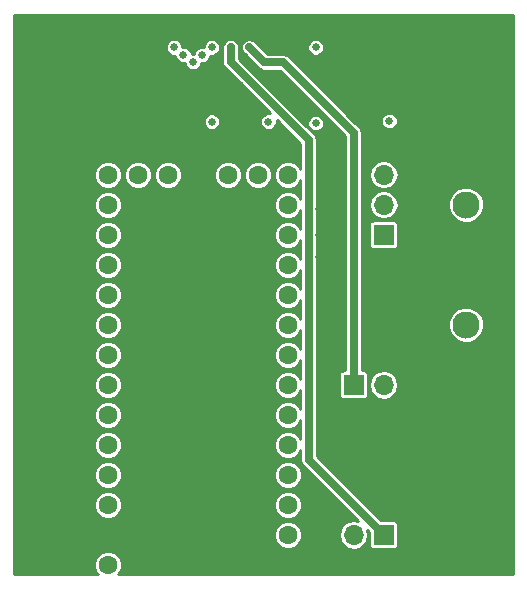
<source format=gbl>
G04 #@! TF.FileFunction,Copper,L4,Bot,Signal*
%FSLAX46Y46*%
G04 Gerber Fmt 4.6, Leading zero omitted, Abs format (unit mm)*
G04 Created by KiCad (PCBNEW 4.0.7) date 06/10/18 20:05:32*
%MOMM*%
%LPD*%
G01*
G04 APERTURE LIST*
%ADD10C,0.100000*%
%ADD11O,2.200000X2.200000*%
%ADD12C,2.600000*%
%ADD13C,2.300000*%
%ADD14R,1.700000X1.700000*%
%ADD15O,1.700000X1.700000*%
%ADD16C,1.600000*%
%ADD17R,1.600000X1.600000*%
%ADD18C,4.500000*%
%ADD19C,0.635000*%
%ADD20C,0.254000*%
%ADD21C,0.635000*%
G04 APERTURE END LIST*
D10*
D11*
X140010000Y-72390000D03*
X121610000Y-72390000D03*
X118485000Y-74765000D03*
X118485000Y-70015000D03*
X143135000Y-70015000D03*
X143135000Y-74765000D03*
D12*
X145415000Y-91948000D03*
X145415000Y-97028000D03*
X150495000Y-97028000D03*
D13*
X147955000Y-94488000D03*
D12*
X150495000Y-91948000D03*
X145415000Y-81788000D03*
X145415000Y-86868000D03*
X150495000Y-86868000D03*
D13*
X147955000Y-84328000D03*
D12*
X150495000Y-81788000D03*
D14*
X140970000Y-86868000D03*
D15*
X140970000Y-84328000D03*
X140970000Y-81788000D03*
D14*
X140970000Y-112268000D03*
D15*
X138430000Y-112268000D03*
D14*
X138430000Y-99568000D03*
D15*
X140970000Y-99568000D03*
D16*
X125222000Y-81788000D03*
X122682000Y-81788000D03*
X120142000Y-81788000D03*
X117602000Y-81788000D03*
X127762000Y-81788000D03*
X130302000Y-81788000D03*
X132842000Y-81788000D03*
X117602000Y-84328000D03*
X117602000Y-86868000D03*
X117602000Y-89408000D03*
X117602000Y-91948000D03*
X117602000Y-94488000D03*
X117602000Y-97028000D03*
X117602000Y-99568000D03*
X117602000Y-102108000D03*
X117602000Y-104648000D03*
X117602000Y-107188000D03*
X117602000Y-109728000D03*
X117602000Y-112268000D03*
X117602000Y-114808000D03*
X132842000Y-84328000D03*
X132842000Y-86868000D03*
X132842000Y-89408000D03*
X132842000Y-91948000D03*
X132842000Y-94488000D03*
X132842000Y-97028000D03*
X132842000Y-99568000D03*
X132842000Y-102108000D03*
X132842000Y-104648000D03*
X132842000Y-107188000D03*
X132842000Y-109728000D03*
X132842000Y-112268000D03*
D17*
X132842000Y-114808000D03*
D18*
X113030000Y-112268000D03*
X148590000Y-112268000D03*
X113030000Y-71628000D03*
X148590000Y-71628000D03*
D19*
X135204200Y-77419200D03*
X149860000Y-106680000D03*
X130810000Y-109220000D03*
X130810000Y-93980000D03*
X130810000Y-88900000D03*
X139700000Y-96520000D03*
X137160000Y-93980000D03*
X142240000Y-93980000D03*
X142621000Y-88392000D03*
X140081000Y-88392000D03*
X137541000Y-90551000D03*
X135509000Y-84709000D03*
X135509000Y-86868000D03*
X135509000Y-88773000D03*
X142621000Y-90551000D03*
X140081000Y-90551000D03*
X137541000Y-86868000D03*
X137541000Y-84709000D03*
X137541000Y-80899000D03*
X141986000Y-106680000D03*
X142748000Y-106680000D03*
X142748000Y-105410000D03*
X136652000Y-105156000D03*
X138176000Y-105156000D03*
X139700000Y-105156000D03*
X141986000Y-105410000D03*
X142748000Y-109474000D03*
X143764000Y-108204000D03*
X148082000Y-101600000D03*
X149098000Y-102616000D03*
X149098000Y-103886000D03*
X148082000Y-104902000D03*
X149860000Y-77470000D03*
X129667000Y-77292200D03*
X128016000Y-77292200D03*
X136779000Y-70993000D03*
X133604000Y-70993000D03*
X131953000Y-70993000D03*
X128778000Y-74168000D03*
X127254000Y-74168000D03*
X143510000Y-114935000D03*
X125730000Y-111760000D03*
X125730000Y-106680000D03*
X125730000Y-101600000D03*
X125730000Y-96520000D03*
X125730000Y-91440000D03*
X125730000Y-86360000D03*
X120650000Y-96520000D03*
X120650000Y-99060000D03*
X120650000Y-101600000D03*
X120650000Y-104140000D03*
X120650000Y-106680000D03*
X120650000Y-92710000D03*
X120650000Y-88900000D03*
X120650000Y-83820000D03*
X115570000Y-86360000D03*
X115570000Y-91440000D03*
X115570000Y-96520000D03*
X115570000Y-101600000D03*
X115570000Y-106680000D03*
X110490000Y-104140000D03*
X110490000Y-99060000D03*
X110490000Y-93980000D03*
X110490000Y-88900000D03*
X110490000Y-83820000D03*
X110490000Y-78740000D03*
X144754600Y-105410000D03*
X128016000Y-72263000D03*
X128016000Y-70993000D03*
X126415800Y-77292200D03*
X131216400Y-77292200D03*
X135204200Y-70993000D03*
X141452600Y-77241400D03*
X130860800Y-72263000D03*
X129590800Y-70993000D03*
X123215400Y-70993000D03*
X124002800Y-71628000D03*
X124815600Y-72237600D03*
X125603000Y-71628000D03*
X126415800Y-70993000D03*
D20*
X150495000Y-81788000D02*
X150495000Y-78105000D01*
X150495000Y-78105000D02*
X149860000Y-77470000D01*
X143510000Y-114935000D02*
X138430000Y-114935000D01*
X125730000Y-106680000D02*
X125730000Y-111760000D01*
X125730000Y-96520000D02*
X125730000Y-101600000D01*
X125730000Y-86360000D02*
X125730000Y-91440000D01*
X120650000Y-101600000D02*
X120650000Y-99060000D01*
X120650000Y-106680000D02*
X120650000Y-104140000D01*
X125222000Y-81788000D02*
X125222000Y-83058000D01*
X120650000Y-88900000D02*
X120650000Y-92710000D01*
X124460000Y-83820000D02*
X120650000Y-83820000D01*
X125222000Y-83058000D02*
X124460000Y-83820000D01*
X115570000Y-96520000D02*
X115570000Y-91440000D01*
X115570000Y-106680000D02*
X115570000Y-101600000D01*
X110490000Y-99060000D02*
X110490000Y-104140000D01*
X110490000Y-88900000D02*
X110490000Y-93980000D01*
X110490000Y-78740000D02*
X110490000Y-83820000D01*
D21*
X128016000Y-72263000D02*
X128016000Y-70993000D01*
X135509000Y-106807000D02*
X140970000Y-112268000D01*
X135509000Y-106807000D02*
X134620000Y-105918000D01*
X134620000Y-105918000D02*
X134620000Y-78867000D01*
X134620000Y-78867000D02*
X128016000Y-72263000D01*
D20*
X117856000Y-81788000D02*
X117602000Y-81788000D01*
D21*
X132029200Y-72263000D02*
X130860800Y-72263000D01*
X130860800Y-72263000D02*
X130860800Y-72263000D01*
X138430000Y-99568000D02*
X138430000Y-78232000D01*
X130860800Y-72263000D02*
X129590800Y-70993000D01*
X132461000Y-72263000D02*
X132029200Y-72263000D01*
X138430000Y-78232000D02*
X132461000Y-72263000D01*
D20*
X123215400Y-70993000D02*
X123190000Y-70993000D01*
X123190000Y-70993000D02*
X123139200Y-70993000D01*
G36*
X151944000Y-115622000D02*
X118458224Y-115622000D01*
X118602619Y-115477856D01*
X118782794Y-115043946D01*
X118783204Y-114574115D01*
X118603787Y-114139891D01*
X118271856Y-113807381D01*
X117837946Y-113627206D01*
X117368115Y-113626796D01*
X116933891Y-113806213D01*
X116601381Y-114138144D01*
X116421206Y-114572054D01*
X116420796Y-115041885D01*
X116600213Y-115476109D01*
X116745850Y-115622000D01*
X109676000Y-115622000D01*
X109676000Y-112501885D01*
X131660796Y-112501885D01*
X131840213Y-112936109D01*
X132172144Y-113268619D01*
X132606054Y-113448794D01*
X133075885Y-113449204D01*
X133510109Y-113269787D01*
X133842619Y-112937856D01*
X134022794Y-112503946D01*
X134023204Y-112034115D01*
X133843787Y-111599891D01*
X133511856Y-111267381D01*
X133077946Y-111087206D01*
X132608115Y-111086796D01*
X132173891Y-111266213D01*
X131841381Y-111598144D01*
X131661206Y-112032054D01*
X131660796Y-112501885D01*
X109676000Y-112501885D01*
X109676000Y-109961885D01*
X116420796Y-109961885D01*
X116600213Y-110396109D01*
X116932144Y-110728619D01*
X117366054Y-110908794D01*
X117835885Y-110909204D01*
X118270109Y-110729787D01*
X118602619Y-110397856D01*
X118782794Y-109963946D01*
X118782795Y-109961885D01*
X131660796Y-109961885D01*
X131840213Y-110396109D01*
X132172144Y-110728619D01*
X132606054Y-110908794D01*
X133075885Y-110909204D01*
X133510109Y-110729787D01*
X133842619Y-110397856D01*
X134022794Y-109963946D01*
X134023204Y-109494115D01*
X133843787Y-109059891D01*
X133511856Y-108727381D01*
X133077946Y-108547206D01*
X132608115Y-108546796D01*
X132173891Y-108726213D01*
X131841381Y-109058144D01*
X131661206Y-109492054D01*
X131660796Y-109961885D01*
X118782795Y-109961885D01*
X118783204Y-109494115D01*
X118603787Y-109059891D01*
X118271856Y-108727381D01*
X117837946Y-108547206D01*
X117368115Y-108546796D01*
X116933891Y-108726213D01*
X116601381Y-109058144D01*
X116421206Y-109492054D01*
X116420796Y-109961885D01*
X109676000Y-109961885D01*
X109676000Y-107421885D01*
X116420796Y-107421885D01*
X116600213Y-107856109D01*
X116932144Y-108188619D01*
X117366054Y-108368794D01*
X117835885Y-108369204D01*
X118270109Y-108189787D01*
X118602619Y-107857856D01*
X118782794Y-107423946D01*
X118782795Y-107421885D01*
X131660796Y-107421885D01*
X131840213Y-107856109D01*
X132172144Y-108188619D01*
X132606054Y-108368794D01*
X133075885Y-108369204D01*
X133510109Y-108189787D01*
X133842619Y-107857856D01*
X134022794Y-107423946D01*
X134023204Y-106954115D01*
X133843787Y-106519891D01*
X133511856Y-106187381D01*
X133077946Y-106007206D01*
X132608115Y-106006796D01*
X132173891Y-106186213D01*
X131841381Y-106518144D01*
X131661206Y-106952054D01*
X131660796Y-107421885D01*
X118782795Y-107421885D01*
X118783204Y-106954115D01*
X118603787Y-106519891D01*
X118271856Y-106187381D01*
X117837946Y-106007206D01*
X117368115Y-106006796D01*
X116933891Y-106186213D01*
X116601381Y-106518144D01*
X116421206Y-106952054D01*
X116420796Y-107421885D01*
X109676000Y-107421885D01*
X109676000Y-104881885D01*
X116420796Y-104881885D01*
X116600213Y-105316109D01*
X116932144Y-105648619D01*
X117366054Y-105828794D01*
X117835885Y-105829204D01*
X118270109Y-105649787D01*
X118602619Y-105317856D01*
X118782794Y-104883946D01*
X118783204Y-104414115D01*
X118603787Y-103979891D01*
X118271856Y-103647381D01*
X117837946Y-103467206D01*
X117368115Y-103466796D01*
X116933891Y-103646213D01*
X116601381Y-103978144D01*
X116421206Y-104412054D01*
X116420796Y-104881885D01*
X109676000Y-104881885D01*
X109676000Y-102341885D01*
X116420796Y-102341885D01*
X116600213Y-102776109D01*
X116932144Y-103108619D01*
X117366054Y-103288794D01*
X117835885Y-103289204D01*
X118270109Y-103109787D01*
X118602619Y-102777856D01*
X118782794Y-102343946D01*
X118783204Y-101874115D01*
X118603787Y-101439891D01*
X118271856Y-101107381D01*
X117837946Y-100927206D01*
X117368115Y-100926796D01*
X116933891Y-101106213D01*
X116601381Y-101438144D01*
X116421206Y-101872054D01*
X116420796Y-102341885D01*
X109676000Y-102341885D01*
X109676000Y-99801885D01*
X116420796Y-99801885D01*
X116600213Y-100236109D01*
X116932144Y-100568619D01*
X117366054Y-100748794D01*
X117835885Y-100749204D01*
X118270109Y-100569787D01*
X118602619Y-100237856D01*
X118782794Y-99803946D01*
X118783204Y-99334115D01*
X118603787Y-98899891D01*
X118271856Y-98567381D01*
X117837946Y-98387206D01*
X117368115Y-98386796D01*
X116933891Y-98566213D01*
X116601381Y-98898144D01*
X116421206Y-99332054D01*
X116420796Y-99801885D01*
X109676000Y-99801885D01*
X109676000Y-97261885D01*
X116420796Y-97261885D01*
X116600213Y-97696109D01*
X116932144Y-98028619D01*
X117366054Y-98208794D01*
X117835885Y-98209204D01*
X118270109Y-98029787D01*
X118602619Y-97697856D01*
X118782794Y-97263946D01*
X118783204Y-96794115D01*
X118603787Y-96359891D01*
X118271856Y-96027381D01*
X117837946Y-95847206D01*
X117368115Y-95846796D01*
X116933891Y-96026213D01*
X116601381Y-96358144D01*
X116421206Y-96792054D01*
X116420796Y-97261885D01*
X109676000Y-97261885D01*
X109676000Y-94721885D01*
X116420796Y-94721885D01*
X116600213Y-95156109D01*
X116932144Y-95488619D01*
X117366054Y-95668794D01*
X117835885Y-95669204D01*
X118270109Y-95489787D01*
X118602619Y-95157856D01*
X118782794Y-94723946D01*
X118783204Y-94254115D01*
X118603787Y-93819891D01*
X118271856Y-93487381D01*
X117837946Y-93307206D01*
X117368115Y-93306796D01*
X116933891Y-93486213D01*
X116601381Y-93818144D01*
X116421206Y-94252054D01*
X116420796Y-94721885D01*
X109676000Y-94721885D01*
X109676000Y-92181885D01*
X116420796Y-92181885D01*
X116600213Y-92616109D01*
X116932144Y-92948619D01*
X117366054Y-93128794D01*
X117835885Y-93129204D01*
X118270109Y-92949787D01*
X118602619Y-92617856D01*
X118782794Y-92183946D01*
X118783204Y-91714115D01*
X118603787Y-91279891D01*
X118271856Y-90947381D01*
X117837946Y-90767206D01*
X117368115Y-90766796D01*
X116933891Y-90946213D01*
X116601381Y-91278144D01*
X116421206Y-91712054D01*
X116420796Y-92181885D01*
X109676000Y-92181885D01*
X109676000Y-89641885D01*
X116420796Y-89641885D01*
X116600213Y-90076109D01*
X116932144Y-90408619D01*
X117366054Y-90588794D01*
X117835885Y-90589204D01*
X118270109Y-90409787D01*
X118602619Y-90077856D01*
X118782794Y-89643946D01*
X118783204Y-89174115D01*
X118603787Y-88739891D01*
X118271856Y-88407381D01*
X117837946Y-88227206D01*
X117368115Y-88226796D01*
X116933891Y-88406213D01*
X116601381Y-88738144D01*
X116421206Y-89172054D01*
X116420796Y-89641885D01*
X109676000Y-89641885D01*
X109676000Y-87101885D01*
X116420796Y-87101885D01*
X116600213Y-87536109D01*
X116932144Y-87868619D01*
X117366054Y-88048794D01*
X117835885Y-88049204D01*
X118270109Y-87869787D01*
X118602619Y-87537856D01*
X118782794Y-87103946D01*
X118783204Y-86634115D01*
X118603787Y-86199891D01*
X118271856Y-85867381D01*
X117837946Y-85687206D01*
X117368115Y-85686796D01*
X116933891Y-85866213D01*
X116601381Y-86198144D01*
X116421206Y-86632054D01*
X116420796Y-87101885D01*
X109676000Y-87101885D01*
X109676000Y-84561885D01*
X116420796Y-84561885D01*
X116600213Y-84996109D01*
X116932144Y-85328619D01*
X117366054Y-85508794D01*
X117835885Y-85509204D01*
X118270109Y-85329787D01*
X118602619Y-84997856D01*
X118782794Y-84563946D01*
X118783204Y-84094115D01*
X118603787Y-83659891D01*
X118271856Y-83327381D01*
X117837946Y-83147206D01*
X117368115Y-83146796D01*
X116933891Y-83326213D01*
X116601381Y-83658144D01*
X116421206Y-84092054D01*
X116420796Y-84561885D01*
X109676000Y-84561885D01*
X109676000Y-82021885D01*
X116420796Y-82021885D01*
X116600213Y-82456109D01*
X116932144Y-82788619D01*
X117366054Y-82968794D01*
X117835885Y-82969204D01*
X118270109Y-82789787D01*
X118602619Y-82457856D01*
X118782794Y-82023946D01*
X118782795Y-82021885D01*
X118960796Y-82021885D01*
X119140213Y-82456109D01*
X119472144Y-82788619D01*
X119906054Y-82968794D01*
X120375885Y-82969204D01*
X120810109Y-82789787D01*
X121142619Y-82457856D01*
X121322794Y-82023946D01*
X121322795Y-82021885D01*
X121500796Y-82021885D01*
X121680213Y-82456109D01*
X122012144Y-82788619D01*
X122446054Y-82968794D01*
X122915885Y-82969204D01*
X123350109Y-82789787D01*
X123682619Y-82457856D01*
X123862794Y-82023946D01*
X123862795Y-82021885D01*
X126580796Y-82021885D01*
X126760213Y-82456109D01*
X127092144Y-82788619D01*
X127526054Y-82968794D01*
X127995885Y-82969204D01*
X128430109Y-82789787D01*
X128762619Y-82457856D01*
X128942794Y-82023946D01*
X128942795Y-82021885D01*
X129120796Y-82021885D01*
X129300213Y-82456109D01*
X129632144Y-82788619D01*
X130066054Y-82968794D01*
X130535885Y-82969204D01*
X130970109Y-82789787D01*
X131302619Y-82457856D01*
X131482794Y-82023946D01*
X131483204Y-81554115D01*
X131303787Y-81119891D01*
X130971856Y-80787381D01*
X130537946Y-80607206D01*
X130068115Y-80606796D01*
X129633891Y-80786213D01*
X129301381Y-81118144D01*
X129121206Y-81552054D01*
X129120796Y-82021885D01*
X128942795Y-82021885D01*
X128943204Y-81554115D01*
X128763787Y-81119891D01*
X128431856Y-80787381D01*
X127997946Y-80607206D01*
X127528115Y-80606796D01*
X127093891Y-80786213D01*
X126761381Y-81118144D01*
X126581206Y-81552054D01*
X126580796Y-82021885D01*
X123862795Y-82021885D01*
X123863204Y-81554115D01*
X123683787Y-81119891D01*
X123351856Y-80787381D01*
X122917946Y-80607206D01*
X122448115Y-80606796D01*
X122013891Y-80786213D01*
X121681381Y-81118144D01*
X121501206Y-81552054D01*
X121500796Y-82021885D01*
X121322795Y-82021885D01*
X121323204Y-81554115D01*
X121143787Y-81119891D01*
X120811856Y-80787381D01*
X120377946Y-80607206D01*
X119908115Y-80606796D01*
X119473891Y-80786213D01*
X119141381Y-81118144D01*
X118961206Y-81552054D01*
X118960796Y-82021885D01*
X118782795Y-82021885D01*
X118783204Y-81554115D01*
X118603787Y-81119891D01*
X118271856Y-80787381D01*
X117837946Y-80607206D01*
X117368115Y-80606796D01*
X116933891Y-80786213D01*
X116601381Y-81118144D01*
X116421206Y-81552054D01*
X116420796Y-82021885D01*
X109676000Y-82021885D01*
X109676000Y-77430531D01*
X125717179Y-77430531D01*
X125823296Y-77687351D01*
X126019615Y-77884014D01*
X126276250Y-77990578D01*
X126554131Y-77990821D01*
X126810951Y-77884704D01*
X127007614Y-77688385D01*
X127114178Y-77431750D01*
X127114421Y-77153869D01*
X127008304Y-76897049D01*
X126811985Y-76700386D01*
X126555350Y-76593822D01*
X126277469Y-76593579D01*
X126020649Y-76699696D01*
X125823986Y-76896015D01*
X125717422Y-77152650D01*
X125717179Y-77430531D01*
X109676000Y-77430531D01*
X109676000Y-71131331D01*
X122516779Y-71131331D01*
X122622896Y-71388151D01*
X122819215Y-71584814D01*
X123075850Y-71691378D01*
X123304244Y-71691578D01*
X123304179Y-71766331D01*
X123410296Y-72023151D01*
X123606615Y-72219814D01*
X123863250Y-72326378D01*
X124117022Y-72326600D01*
X124116979Y-72375931D01*
X124223096Y-72632751D01*
X124419415Y-72829414D01*
X124676050Y-72935978D01*
X124953931Y-72936221D01*
X125210751Y-72830104D01*
X125407414Y-72633785D01*
X125513978Y-72377150D01*
X125514022Y-72326422D01*
X125741331Y-72326621D01*
X125998151Y-72220504D01*
X126194814Y-72024185D01*
X126301378Y-71767550D01*
X126301445Y-71691400D01*
X126554131Y-71691621D01*
X126810951Y-71585504D01*
X127007614Y-71389185D01*
X127114178Y-71132550D01*
X127114179Y-71131331D01*
X127317379Y-71131331D01*
X127317500Y-71131624D01*
X127317500Y-72262962D01*
X127317379Y-72401331D01*
X127370669Y-72530302D01*
X127370670Y-72530305D01*
X127370671Y-72530307D01*
X127423496Y-72658151D01*
X127619815Y-72854814D01*
X127620107Y-72854935D01*
X131361156Y-76595984D01*
X131355950Y-76593822D01*
X131078069Y-76593579D01*
X130821249Y-76699696D01*
X130624586Y-76896015D01*
X130518022Y-77152650D01*
X130517779Y-77430531D01*
X130623896Y-77687351D01*
X130820215Y-77884014D01*
X131076850Y-77990578D01*
X131354731Y-77990821D01*
X131611551Y-77884704D01*
X131808214Y-77688385D01*
X131914778Y-77431750D01*
X131915021Y-77153869D01*
X131912190Y-77147018D01*
X133921500Y-79156328D01*
X133921500Y-81307972D01*
X133843787Y-81119891D01*
X133511856Y-80787381D01*
X133077946Y-80607206D01*
X132608115Y-80606796D01*
X132173891Y-80786213D01*
X131841381Y-81118144D01*
X131661206Y-81552054D01*
X131660796Y-82021885D01*
X131840213Y-82456109D01*
X132172144Y-82788619D01*
X132606054Y-82968794D01*
X133075885Y-82969204D01*
X133510109Y-82789787D01*
X133842619Y-82457856D01*
X133921500Y-82267889D01*
X133921500Y-83847972D01*
X133843787Y-83659891D01*
X133511856Y-83327381D01*
X133077946Y-83147206D01*
X132608115Y-83146796D01*
X132173891Y-83326213D01*
X131841381Y-83658144D01*
X131661206Y-84092054D01*
X131660796Y-84561885D01*
X131840213Y-84996109D01*
X132172144Y-85328619D01*
X132606054Y-85508794D01*
X133075885Y-85509204D01*
X133510109Y-85329787D01*
X133842619Y-84997856D01*
X133921500Y-84807889D01*
X133921500Y-86387972D01*
X133843787Y-86199891D01*
X133511856Y-85867381D01*
X133077946Y-85687206D01*
X132608115Y-85686796D01*
X132173891Y-85866213D01*
X131841381Y-86198144D01*
X131661206Y-86632054D01*
X131660796Y-87101885D01*
X131840213Y-87536109D01*
X132172144Y-87868619D01*
X132606054Y-88048794D01*
X133075885Y-88049204D01*
X133510109Y-87869787D01*
X133842619Y-87537856D01*
X133921500Y-87347889D01*
X133921500Y-88927972D01*
X133843787Y-88739891D01*
X133511856Y-88407381D01*
X133077946Y-88227206D01*
X132608115Y-88226796D01*
X132173891Y-88406213D01*
X131841381Y-88738144D01*
X131661206Y-89172054D01*
X131660796Y-89641885D01*
X131840213Y-90076109D01*
X132172144Y-90408619D01*
X132606054Y-90588794D01*
X133075885Y-90589204D01*
X133510109Y-90409787D01*
X133842619Y-90077856D01*
X133921500Y-89887889D01*
X133921500Y-91467972D01*
X133843787Y-91279891D01*
X133511856Y-90947381D01*
X133077946Y-90767206D01*
X132608115Y-90766796D01*
X132173891Y-90946213D01*
X131841381Y-91278144D01*
X131661206Y-91712054D01*
X131660796Y-92181885D01*
X131840213Y-92616109D01*
X132172144Y-92948619D01*
X132606054Y-93128794D01*
X133075885Y-93129204D01*
X133510109Y-92949787D01*
X133842619Y-92617856D01*
X133921500Y-92427889D01*
X133921500Y-94007972D01*
X133843787Y-93819891D01*
X133511856Y-93487381D01*
X133077946Y-93307206D01*
X132608115Y-93306796D01*
X132173891Y-93486213D01*
X131841381Y-93818144D01*
X131661206Y-94252054D01*
X131660796Y-94721885D01*
X131840213Y-95156109D01*
X132172144Y-95488619D01*
X132606054Y-95668794D01*
X133075885Y-95669204D01*
X133510109Y-95489787D01*
X133842619Y-95157856D01*
X133921500Y-94967889D01*
X133921500Y-96547972D01*
X133843787Y-96359891D01*
X133511856Y-96027381D01*
X133077946Y-95847206D01*
X132608115Y-95846796D01*
X132173891Y-96026213D01*
X131841381Y-96358144D01*
X131661206Y-96792054D01*
X131660796Y-97261885D01*
X131840213Y-97696109D01*
X132172144Y-98028619D01*
X132606054Y-98208794D01*
X133075885Y-98209204D01*
X133510109Y-98029787D01*
X133842619Y-97697856D01*
X133921500Y-97507889D01*
X133921500Y-99087972D01*
X133843787Y-98899891D01*
X133511856Y-98567381D01*
X133077946Y-98387206D01*
X132608115Y-98386796D01*
X132173891Y-98566213D01*
X131841381Y-98898144D01*
X131661206Y-99332054D01*
X131660796Y-99801885D01*
X131840213Y-100236109D01*
X132172144Y-100568619D01*
X132606054Y-100748794D01*
X133075885Y-100749204D01*
X133510109Y-100569787D01*
X133842619Y-100237856D01*
X133921500Y-100047889D01*
X133921500Y-101627972D01*
X133843787Y-101439891D01*
X133511856Y-101107381D01*
X133077946Y-100927206D01*
X132608115Y-100926796D01*
X132173891Y-101106213D01*
X131841381Y-101438144D01*
X131661206Y-101872054D01*
X131660796Y-102341885D01*
X131840213Y-102776109D01*
X132172144Y-103108619D01*
X132606054Y-103288794D01*
X133075885Y-103289204D01*
X133510109Y-103109787D01*
X133842619Y-102777856D01*
X133921500Y-102587889D01*
X133921500Y-104167972D01*
X133843787Y-103979891D01*
X133511856Y-103647381D01*
X133077946Y-103467206D01*
X132608115Y-103466796D01*
X132173891Y-103646213D01*
X131841381Y-103978144D01*
X131661206Y-104412054D01*
X131660796Y-104881885D01*
X131840213Y-105316109D01*
X132172144Y-105648619D01*
X132606054Y-105828794D01*
X133075885Y-105829204D01*
X133510109Y-105649787D01*
X133842619Y-105317856D01*
X133921500Y-105127889D01*
X133921500Y-105918000D01*
X133974670Y-106185305D01*
X134126086Y-106411914D01*
X138800814Y-111086642D01*
X138430000Y-111012883D01*
X137958917Y-111106587D01*
X137559552Y-111373435D01*
X137292704Y-111772800D01*
X137199000Y-112243883D01*
X137199000Y-112292117D01*
X137292704Y-112763200D01*
X137559552Y-113162565D01*
X137958917Y-113429413D01*
X138430000Y-113523117D01*
X138901083Y-113429413D01*
X139300448Y-113162565D01*
X139567296Y-112763200D01*
X139661000Y-112292117D01*
X139661000Y-112243883D01*
X139587241Y-111873069D01*
X139731536Y-112017364D01*
X139731536Y-113118000D01*
X139758103Y-113259190D01*
X139841546Y-113388865D01*
X139968866Y-113475859D01*
X140120000Y-113506464D01*
X141820000Y-113506464D01*
X141961190Y-113479897D01*
X142090865Y-113396454D01*
X142177859Y-113269134D01*
X142208464Y-113118000D01*
X142208464Y-111418000D01*
X142181897Y-111276810D01*
X142098454Y-111147135D01*
X141971134Y-111060141D01*
X141820000Y-111029536D01*
X140719364Y-111029536D01*
X135318500Y-105628672D01*
X135318500Y-78867000D01*
X135265330Y-78599696D01*
X135113914Y-78373086D01*
X134298359Y-77557531D01*
X134505579Y-77557531D01*
X134611696Y-77814351D01*
X134808015Y-78011014D01*
X135064650Y-78117578D01*
X135342531Y-78117821D01*
X135599351Y-78011704D01*
X135796014Y-77815385D01*
X135902578Y-77558750D01*
X135902821Y-77280869D01*
X135796704Y-77024049D01*
X135600385Y-76827386D01*
X135343750Y-76720822D01*
X135065869Y-76720579D01*
X134809049Y-76826696D01*
X134612386Y-77023015D01*
X134505822Y-77279650D01*
X134505579Y-77557531D01*
X134298359Y-77557531D01*
X128714500Y-71973672D01*
X128714500Y-71131331D01*
X128892179Y-71131331D01*
X128945469Y-71260302D01*
X128945470Y-71260305D01*
X128945471Y-71260307D01*
X128998296Y-71388151D01*
X129194615Y-71584814D01*
X129194907Y-71584935D01*
X130366886Y-72756914D01*
X130464615Y-72854814D01*
X130593493Y-72908329D01*
X130593495Y-72908330D01*
X130593497Y-72908330D01*
X130721250Y-72961378D01*
X130999131Y-72961621D01*
X130999424Y-72961500D01*
X132171672Y-72961500D01*
X137731500Y-78521328D01*
X137731500Y-98329536D01*
X137580000Y-98329536D01*
X137438810Y-98356103D01*
X137309135Y-98439546D01*
X137222141Y-98566866D01*
X137191536Y-98718000D01*
X137191536Y-100418000D01*
X137218103Y-100559190D01*
X137301546Y-100688865D01*
X137428866Y-100775859D01*
X137580000Y-100806464D01*
X139280000Y-100806464D01*
X139421190Y-100779897D01*
X139550865Y-100696454D01*
X139637859Y-100569134D01*
X139668464Y-100418000D01*
X139668464Y-99543883D01*
X139739000Y-99543883D01*
X139739000Y-99592117D01*
X139832704Y-100063200D01*
X140099552Y-100462565D01*
X140498917Y-100729413D01*
X140970000Y-100823117D01*
X141441083Y-100729413D01*
X141840448Y-100462565D01*
X142107296Y-100063200D01*
X142201000Y-99592117D01*
X142201000Y-99543883D01*
X142107296Y-99072800D01*
X141840448Y-98673435D01*
X141441083Y-98406587D01*
X140970000Y-98312883D01*
X140498917Y-98406587D01*
X140099552Y-98673435D01*
X139832704Y-99072800D01*
X139739000Y-99543883D01*
X139668464Y-99543883D01*
X139668464Y-98718000D01*
X139641897Y-98576810D01*
X139558454Y-98447135D01*
X139431134Y-98360141D01*
X139280000Y-98329536D01*
X139128500Y-98329536D01*
X139128500Y-94791199D01*
X146423735Y-94791199D01*
X146656325Y-95354109D01*
X147086626Y-95785162D01*
X147649129Y-96018734D01*
X148258199Y-96019265D01*
X148821109Y-95786675D01*
X149252162Y-95356374D01*
X149485734Y-94793871D01*
X149486265Y-94184801D01*
X149253675Y-93621891D01*
X148823374Y-93190838D01*
X148260871Y-92957266D01*
X147651801Y-92956735D01*
X147088891Y-93189325D01*
X146657838Y-93619626D01*
X146424266Y-94182129D01*
X146423735Y-94791199D01*
X139128500Y-94791199D01*
X139128500Y-86018000D01*
X139731536Y-86018000D01*
X139731536Y-87718000D01*
X139758103Y-87859190D01*
X139841546Y-87988865D01*
X139968866Y-88075859D01*
X140120000Y-88106464D01*
X141820000Y-88106464D01*
X141961190Y-88079897D01*
X142090865Y-87996454D01*
X142177859Y-87869134D01*
X142208464Y-87718000D01*
X142208464Y-86018000D01*
X142181897Y-85876810D01*
X142098454Y-85747135D01*
X141971134Y-85660141D01*
X141820000Y-85629536D01*
X140120000Y-85629536D01*
X139978810Y-85656103D01*
X139849135Y-85739546D01*
X139762141Y-85866866D01*
X139731536Y-86018000D01*
X139128500Y-86018000D01*
X139128500Y-84328000D01*
X139714883Y-84328000D01*
X139808587Y-84799083D01*
X140075435Y-85198448D01*
X140474800Y-85465296D01*
X140945883Y-85559000D01*
X140994117Y-85559000D01*
X141465200Y-85465296D01*
X141864565Y-85198448D01*
X142131413Y-84799083D01*
X142164807Y-84631199D01*
X146423735Y-84631199D01*
X146656325Y-85194109D01*
X147086626Y-85625162D01*
X147649129Y-85858734D01*
X148258199Y-85859265D01*
X148821109Y-85626675D01*
X149252162Y-85196374D01*
X149485734Y-84633871D01*
X149486265Y-84024801D01*
X149253675Y-83461891D01*
X148823374Y-83030838D01*
X148260871Y-82797266D01*
X147651801Y-82796735D01*
X147088891Y-83029325D01*
X146657838Y-83459626D01*
X146424266Y-84022129D01*
X146423735Y-84631199D01*
X142164807Y-84631199D01*
X142225117Y-84328000D01*
X142131413Y-83856917D01*
X141864565Y-83457552D01*
X141465200Y-83190704D01*
X140994117Y-83097000D01*
X140945883Y-83097000D01*
X140474800Y-83190704D01*
X140075435Y-83457552D01*
X139808587Y-83856917D01*
X139714883Y-84328000D01*
X139128500Y-84328000D01*
X139128500Y-81788000D01*
X139714883Y-81788000D01*
X139808587Y-82259083D01*
X140075435Y-82658448D01*
X140474800Y-82925296D01*
X140945883Y-83019000D01*
X140994117Y-83019000D01*
X141465200Y-82925296D01*
X141864565Y-82658448D01*
X142131413Y-82259083D01*
X142225117Y-81788000D01*
X142131413Y-81316917D01*
X141864565Y-80917552D01*
X141465200Y-80650704D01*
X140994117Y-80557000D01*
X140945883Y-80557000D01*
X140474800Y-80650704D01*
X140075435Y-80917552D01*
X139808587Y-81316917D01*
X139714883Y-81788000D01*
X139128500Y-81788000D01*
X139128500Y-78232000D01*
X139115869Y-78168500D01*
X139075330Y-77964695D01*
X138923914Y-77738086D01*
X138565559Y-77379731D01*
X140753979Y-77379731D01*
X140860096Y-77636551D01*
X141056415Y-77833214D01*
X141313050Y-77939778D01*
X141590931Y-77940021D01*
X141847751Y-77833904D01*
X142044414Y-77637585D01*
X142150978Y-77380950D01*
X142151221Y-77103069D01*
X142045104Y-76846249D01*
X141848785Y-76649586D01*
X141592150Y-76543022D01*
X141314269Y-76542779D01*
X141057449Y-76648896D01*
X140860786Y-76845215D01*
X140754222Y-77101850D01*
X140753979Y-77379731D01*
X138565559Y-77379731D01*
X132954914Y-71769086D01*
X132728305Y-71617670D01*
X132461000Y-71564500D01*
X131150128Y-71564500D01*
X130716959Y-71131331D01*
X134505579Y-71131331D01*
X134611696Y-71388151D01*
X134808015Y-71584814D01*
X135064650Y-71691378D01*
X135342531Y-71691621D01*
X135599351Y-71585504D01*
X135796014Y-71389185D01*
X135902578Y-71132550D01*
X135902821Y-70854669D01*
X135796704Y-70597849D01*
X135600385Y-70401186D01*
X135343750Y-70294622D01*
X135065869Y-70294379D01*
X134809049Y-70400496D01*
X134612386Y-70596815D01*
X134505822Y-70853450D01*
X134505579Y-71131331D01*
X130716959Y-71131331D01*
X130084714Y-70499086D01*
X130084713Y-70499086D01*
X129986985Y-70401186D01*
X129858107Y-70347671D01*
X129858105Y-70347670D01*
X129858103Y-70347670D01*
X129730350Y-70294622D01*
X129452469Y-70294379D01*
X129323498Y-70347669D01*
X129323495Y-70347670D01*
X129323493Y-70347671D01*
X129195649Y-70400496D01*
X128998986Y-70596815D01*
X128892422Y-70853450D01*
X128892179Y-71131331D01*
X128714500Y-71131331D01*
X128714500Y-70993000D01*
X128714621Y-70854669D01*
X128608504Y-70597849D01*
X128412185Y-70401186D01*
X128155550Y-70294622D01*
X127877669Y-70294379D01*
X127620849Y-70400496D01*
X127424186Y-70596815D01*
X127317622Y-70853450D01*
X127317379Y-71131331D01*
X127114179Y-71131331D01*
X127114421Y-70854669D01*
X127008304Y-70597849D01*
X126811985Y-70401186D01*
X126555350Y-70294622D01*
X126277469Y-70294379D01*
X126020649Y-70400496D01*
X125823986Y-70596815D01*
X125717422Y-70853450D01*
X125717355Y-70929600D01*
X125464669Y-70929379D01*
X125207849Y-71035496D01*
X125011186Y-71231815D01*
X124904622Y-71488450D01*
X124904578Y-71539178D01*
X124701378Y-71539000D01*
X124701421Y-71489669D01*
X124595304Y-71232849D01*
X124398985Y-71036186D01*
X124142350Y-70929622D01*
X123913956Y-70929422D01*
X123914021Y-70854669D01*
X123807904Y-70597849D01*
X123611585Y-70401186D01*
X123354950Y-70294622D01*
X123077069Y-70294379D01*
X122820249Y-70400496D01*
X122623586Y-70596815D01*
X122517022Y-70853450D01*
X122516779Y-71131331D01*
X109676000Y-71131331D01*
X109676000Y-68274000D01*
X151944000Y-68274000D01*
X151944000Y-115622000D01*
X151944000Y-115622000D01*
G37*
X151944000Y-115622000D02*
X118458224Y-115622000D01*
X118602619Y-115477856D01*
X118782794Y-115043946D01*
X118783204Y-114574115D01*
X118603787Y-114139891D01*
X118271856Y-113807381D01*
X117837946Y-113627206D01*
X117368115Y-113626796D01*
X116933891Y-113806213D01*
X116601381Y-114138144D01*
X116421206Y-114572054D01*
X116420796Y-115041885D01*
X116600213Y-115476109D01*
X116745850Y-115622000D01*
X109676000Y-115622000D01*
X109676000Y-112501885D01*
X131660796Y-112501885D01*
X131840213Y-112936109D01*
X132172144Y-113268619D01*
X132606054Y-113448794D01*
X133075885Y-113449204D01*
X133510109Y-113269787D01*
X133842619Y-112937856D01*
X134022794Y-112503946D01*
X134023204Y-112034115D01*
X133843787Y-111599891D01*
X133511856Y-111267381D01*
X133077946Y-111087206D01*
X132608115Y-111086796D01*
X132173891Y-111266213D01*
X131841381Y-111598144D01*
X131661206Y-112032054D01*
X131660796Y-112501885D01*
X109676000Y-112501885D01*
X109676000Y-109961885D01*
X116420796Y-109961885D01*
X116600213Y-110396109D01*
X116932144Y-110728619D01*
X117366054Y-110908794D01*
X117835885Y-110909204D01*
X118270109Y-110729787D01*
X118602619Y-110397856D01*
X118782794Y-109963946D01*
X118782795Y-109961885D01*
X131660796Y-109961885D01*
X131840213Y-110396109D01*
X132172144Y-110728619D01*
X132606054Y-110908794D01*
X133075885Y-110909204D01*
X133510109Y-110729787D01*
X133842619Y-110397856D01*
X134022794Y-109963946D01*
X134023204Y-109494115D01*
X133843787Y-109059891D01*
X133511856Y-108727381D01*
X133077946Y-108547206D01*
X132608115Y-108546796D01*
X132173891Y-108726213D01*
X131841381Y-109058144D01*
X131661206Y-109492054D01*
X131660796Y-109961885D01*
X118782795Y-109961885D01*
X118783204Y-109494115D01*
X118603787Y-109059891D01*
X118271856Y-108727381D01*
X117837946Y-108547206D01*
X117368115Y-108546796D01*
X116933891Y-108726213D01*
X116601381Y-109058144D01*
X116421206Y-109492054D01*
X116420796Y-109961885D01*
X109676000Y-109961885D01*
X109676000Y-107421885D01*
X116420796Y-107421885D01*
X116600213Y-107856109D01*
X116932144Y-108188619D01*
X117366054Y-108368794D01*
X117835885Y-108369204D01*
X118270109Y-108189787D01*
X118602619Y-107857856D01*
X118782794Y-107423946D01*
X118782795Y-107421885D01*
X131660796Y-107421885D01*
X131840213Y-107856109D01*
X132172144Y-108188619D01*
X132606054Y-108368794D01*
X133075885Y-108369204D01*
X133510109Y-108189787D01*
X133842619Y-107857856D01*
X134022794Y-107423946D01*
X134023204Y-106954115D01*
X133843787Y-106519891D01*
X133511856Y-106187381D01*
X133077946Y-106007206D01*
X132608115Y-106006796D01*
X132173891Y-106186213D01*
X131841381Y-106518144D01*
X131661206Y-106952054D01*
X131660796Y-107421885D01*
X118782795Y-107421885D01*
X118783204Y-106954115D01*
X118603787Y-106519891D01*
X118271856Y-106187381D01*
X117837946Y-106007206D01*
X117368115Y-106006796D01*
X116933891Y-106186213D01*
X116601381Y-106518144D01*
X116421206Y-106952054D01*
X116420796Y-107421885D01*
X109676000Y-107421885D01*
X109676000Y-104881885D01*
X116420796Y-104881885D01*
X116600213Y-105316109D01*
X116932144Y-105648619D01*
X117366054Y-105828794D01*
X117835885Y-105829204D01*
X118270109Y-105649787D01*
X118602619Y-105317856D01*
X118782794Y-104883946D01*
X118783204Y-104414115D01*
X118603787Y-103979891D01*
X118271856Y-103647381D01*
X117837946Y-103467206D01*
X117368115Y-103466796D01*
X116933891Y-103646213D01*
X116601381Y-103978144D01*
X116421206Y-104412054D01*
X116420796Y-104881885D01*
X109676000Y-104881885D01*
X109676000Y-102341885D01*
X116420796Y-102341885D01*
X116600213Y-102776109D01*
X116932144Y-103108619D01*
X117366054Y-103288794D01*
X117835885Y-103289204D01*
X118270109Y-103109787D01*
X118602619Y-102777856D01*
X118782794Y-102343946D01*
X118783204Y-101874115D01*
X118603787Y-101439891D01*
X118271856Y-101107381D01*
X117837946Y-100927206D01*
X117368115Y-100926796D01*
X116933891Y-101106213D01*
X116601381Y-101438144D01*
X116421206Y-101872054D01*
X116420796Y-102341885D01*
X109676000Y-102341885D01*
X109676000Y-99801885D01*
X116420796Y-99801885D01*
X116600213Y-100236109D01*
X116932144Y-100568619D01*
X117366054Y-100748794D01*
X117835885Y-100749204D01*
X118270109Y-100569787D01*
X118602619Y-100237856D01*
X118782794Y-99803946D01*
X118783204Y-99334115D01*
X118603787Y-98899891D01*
X118271856Y-98567381D01*
X117837946Y-98387206D01*
X117368115Y-98386796D01*
X116933891Y-98566213D01*
X116601381Y-98898144D01*
X116421206Y-99332054D01*
X116420796Y-99801885D01*
X109676000Y-99801885D01*
X109676000Y-97261885D01*
X116420796Y-97261885D01*
X116600213Y-97696109D01*
X116932144Y-98028619D01*
X117366054Y-98208794D01*
X117835885Y-98209204D01*
X118270109Y-98029787D01*
X118602619Y-97697856D01*
X118782794Y-97263946D01*
X118783204Y-96794115D01*
X118603787Y-96359891D01*
X118271856Y-96027381D01*
X117837946Y-95847206D01*
X117368115Y-95846796D01*
X116933891Y-96026213D01*
X116601381Y-96358144D01*
X116421206Y-96792054D01*
X116420796Y-97261885D01*
X109676000Y-97261885D01*
X109676000Y-94721885D01*
X116420796Y-94721885D01*
X116600213Y-95156109D01*
X116932144Y-95488619D01*
X117366054Y-95668794D01*
X117835885Y-95669204D01*
X118270109Y-95489787D01*
X118602619Y-95157856D01*
X118782794Y-94723946D01*
X118783204Y-94254115D01*
X118603787Y-93819891D01*
X118271856Y-93487381D01*
X117837946Y-93307206D01*
X117368115Y-93306796D01*
X116933891Y-93486213D01*
X116601381Y-93818144D01*
X116421206Y-94252054D01*
X116420796Y-94721885D01*
X109676000Y-94721885D01*
X109676000Y-92181885D01*
X116420796Y-92181885D01*
X116600213Y-92616109D01*
X116932144Y-92948619D01*
X117366054Y-93128794D01*
X117835885Y-93129204D01*
X118270109Y-92949787D01*
X118602619Y-92617856D01*
X118782794Y-92183946D01*
X118783204Y-91714115D01*
X118603787Y-91279891D01*
X118271856Y-90947381D01*
X117837946Y-90767206D01*
X117368115Y-90766796D01*
X116933891Y-90946213D01*
X116601381Y-91278144D01*
X116421206Y-91712054D01*
X116420796Y-92181885D01*
X109676000Y-92181885D01*
X109676000Y-89641885D01*
X116420796Y-89641885D01*
X116600213Y-90076109D01*
X116932144Y-90408619D01*
X117366054Y-90588794D01*
X117835885Y-90589204D01*
X118270109Y-90409787D01*
X118602619Y-90077856D01*
X118782794Y-89643946D01*
X118783204Y-89174115D01*
X118603787Y-88739891D01*
X118271856Y-88407381D01*
X117837946Y-88227206D01*
X117368115Y-88226796D01*
X116933891Y-88406213D01*
X116601381Y-88738144D01*
X116421206Y-89172054D01*
X116420796Y-89641885D01*
X109676000Y-89641885D01*
X109676000Y-87101885D01*
X116420796Y-87101885D01*
X116600213Y-87536109D01*
X116932144Y-87868619D01*
X117366054Y-88048794D01*
X117835885Y-88049204D01*
X118270109Y-87869787D01*
X118602619Y-87537856D01*
X118782794Y-87103946D01*
X118783204Y-86634115D01*
X118603787Y-86199891D01*
X118271856Y-85867381D01*
X117837946Y-85687206D01*
X117368115Y-85686796D01*
X116933891Y-85866213D01*
X116601381Y-86198144D01*
X116421206Y-86632054D01*
X116420796Y-87101885D01*
X109676000Y-87101885D01*
X109676000Y-84561885D01*
X116420796Y-84561885D01*
X116600213Y-84996109D01*
X116932144Y-85328619D01*
X117366054Y-85508794D01*
X117835885Y-85509204D01*
X118270109Y-85329787D01*
X118602619Y-84997856D01*
X118782794Y-84563946D01*
X118783204Y-84094115D01*
X118603787Y-83659891D01*
X118271856Y-83327381D01*
X117837946Y-83147206D01*
X117368115Y-83146796D01*
X116933891Y-83326213D01*
X116601381Y-83658144D01*
X116421206Y-84092054D01*
X116420796Y-84561885D01*
X109676000Y-84561885D01*
X109676000Y-82021885D01*
X116420796Y-82021885D01*
X116600213Y-82456109D01*
X116932144Y-82788619D01*
X117366054Y-82968794D01*
X117835885Y-82969204D01*
X118270109Y-82789787D01*
X118602619Y-82457856D01*
X118782794Y-82023946D01*
X118782795Y-82021885D01*
X118960796Y-82021885D01*
X119140213Y-82456109D01*
X119472144Y-82788619D01*
X119906054Y-82968794D01*
X120375885Y-82969204D01*
X120810109Y-82789787D01*
X121142619Y-82457856D01*
X121322794Y-82023946D01*
X121322795Y-82021885D01*
X121500796Y-82021885D01*
X121680213Y-82456109D01*
X122012144Y-82788619D01*
X122446054Y-82968794D01*
X122915885Y-82969204D01*
X123350109Y-82789787D01*
X123682619Y-82457856D01*
X123862794Y-82023946D01*
X123862795Y-82021885D01*
X126580796Y-82021885D01*
X126760213Y-82456109D01*
X127092144Y-82788619D01*
X127526054Y-82968794D01*
X127995885Y-82969204D01*
X128430109Y-82789787D01*
X128762619Y-82457856D01*
X128942794Y-82023946D01*
X128942795Y-82021885D01*
X129120796Y-82021885D01*
X129300213Y-82456109D01*
X129632144Y-82788619D01*
X130066054Y-82968794D01*
X130535885Y-82969204D01*
X130970109Y-82789787D01*
X131302619Y-82457856D01*
X131482794Y-82023946D01*
X131483204Y-81554115D01*
X131303787Y-81119891D01*
X130971856Y-80787381D01*
X130537946Y-80607206D01*
X130068115Y-80606796D01*
X129633891Y-80786213D01*
X129301381Y-81118144D01*
X129121206Y-81552054D01*
X129120796Y-82021885D01*
X128942795Y-82021885D01*
X128943204Y-81554115D01*
X128763787Y-81119891D01*
X128431856Y-80787381D01*
X127997946Y-80607206D01*
X127528115Y-80606796D01*
X127093891Y-80786213D01*
X126761381Y-81118144D01*
X126581206Y-81552054D01*
X126580796Y-82021885D01*
X123862795Y-82021885D01*
X123863204Y-81554115D01*
X123683787Y-81119891D01*
X123351856Y-80787381D01*
X122917946Y-80607206D01*
X122448115Y-80606796D01*
X122013891Y-80786213D01*
X121681381Y-81118144D01*
X121501206Y-81552054D01*
X121500796Y-82021885D01*
X121322795Y-82021885D01*
X121323204Y-81554115D01*
X121143787Y-81119891D01*
X120811856Y-80787381D01*
X120377946Y-80607206D01*
X119908115Y-80606796D01*
X119473891Y-80786213D01*
X119141381Y-81118144D01*
X118961206Y-81552054D01*
X118960796Y-82021885D01*
X118782795Y-82021885D01*
X118783204Y-81554115D01*
X118603787Y-81119891D01*
X118271856Y-80787381D01*
X117837946Y-80607206D01*
X117368115Y-80606796D01*
X116933891Y-80786213D01*
X116601381Y-81118144D01*
X116421206Y-81552054D01*
X116420796Y-82021885D01*
X109676000Y-82021885D01*
X109676000Y-77430531D01*
X125717179Y-77430531D01*
X125823296Y-77687351D01*
X126019615Y-77884014D01*
X126276250Y-77990578D01*
X126554131Y-77990821D01*
X126810951Y-77884704D01*
X127007614Y-77688385D01*
X127114178Y-77431750D01*
X127114421Y-77153869D01*
X127008304Y-76897049D01*
X126811985Y-76700386D01*
X126555350Y-76593822D01*
X126277469Y-76593579D01*
X126020649Y-76699696D01*
X125823986Y-76896015D01*
X125717422Y-77152650D01*
X125717179Y-77430531D01*
X109676000Y-77430531D01*
X109676000Y-71131331D01*
X122516779Y-71131331D01*
X122622896Y-71388151D01*
X122819215Y-71584814D01*
X123075850Y-71691378D01*
X123304244Y-71691578D01*
X123304179Y-71766331D01*
X123410296Y-72023151D01*
X123606615Y-72219814D01*
X123863250Y-72326378D01*
X124117022Y-72326600D01*
X124116979Y-72375931D01*
X124223096Y-72632751D01*
X124419415Y-72829414D01*
X124676050Y-72935978D01*
X124953931Y-72936221D01*
X125210751Y-72830104D01*
X125407414Y-72633785D01*
X125513978Y-72377150D01*
X125514022Y-72326422D01*
X125741331Y-72326621D01*
X125998151Y-72220504D01*
X126194814Y-72024185D01*
X126301378Y-71767550D01*
X126301445Y-71691400D01*
X126554131Y-71691621D01*
X126810951Y-71585504D01*
X127007614Y-71389185D01*
X127114178Y-71132550D01*
X127114179Y-71131331D01*
X127317379Y-71131331D01*
X127317500Y-71131624D01*
X127317500Y-72262962D01*
X127317379Y-72401331D01*
X127370669Y-72530302D01*
X127370670Y-72530305D01*
X127370671Y-72530307D01*
X127423496Y-72658151D01*
X127619815Y-72854814D01*
X127620107Y-72854935D01*
X131361156Y-76595984D01*
X131355950Y-76593822D01*
X131078069Y-76593579D01*
X130821249Y-76699696D01*
X130624586Y-76896015D01*
X130518022Y-77152650D01*
X130517779Y-77430531D01*
X130623896Y-77687351D01*
X130820215Y-77884014D01*
X131076850Y-77990578D01*
X131354731Y-77990821D01*
X131611551Y-77884704D01*
X131808214Y-77688385D01*
X131914778Y-77431750D01*
X131915021Y-77153869D01*
X131912190Y-77147018D01*
X133921500Y-79156328D01*
X133921500Y-81307972D01*
X133843787Y-81119891D01*
X133511856Y-80787381D01*
X133077946Y-80607206D01*
X132608115Y-80606796D01*
X132173891Y-80786213D01*
X131841381Y-81118144D01*
X131661206Y-81552054D01*
X131660796Y-82021885D01*
X131840213Y-82456109D01*
X132172144Y-82788619D01*
X132606054Y-82968794D01*
X133075885Y-82969204D01*
X133510109Y-82789787D01*
X133842619Y-82457856D01*
X133921500Y-82267889D01*
X133921500Y-83847972D01*
X133843787Y-83659891D01*
X133511856Y-83327381D01*
X133077946Y-83147206D01*
X132608115Y-83146796D01*
X132173891Y-83326213D01*
X131841381Y-83658144D01*
X131661206Y-84092054D01*
X131660796Y-84561885D01*
X131840213Y-84996109D01*
X132172144Y-85328619D01*
X132606054Y-85508794D01*
X133075885Y-85509204D01*
X133510109Y-85329787D01*
X133842619Y-84997856D01*
X133921500Y-84807889D01*
X133921500Y-86387972D01*
X133843787Y-86199891D01*
X133511856Y-85867381D01*
X133077946Y-85687206D01*
X132608115Y-85686796D01*
X132173891Y-85866213D01*
X131841381Y-86198144D01*
X131661206Y-86632054D01*
X131660796Y-87101885D01*
X131840213Y-87536109D01*
X132172144Y-87868619D01*
X132606054Y-88048794D01*
X133075885Y-88049204D01*
X133510109Y-87869787D01*
X133842619Y-87537856D01*
X133921500Y-87347889D01*
X133921500Y-88927972D01*
X133843787Y-88739891D01*
X133511856Y-88407381D01*
X133077946Y-88227206D01*
X132608115Y-88226796D01*
X132173891Y-88406213D01*
X131841381Y-88738144D01*
X131661206Y-89172054D01*
X131660796Y-89641885D01*
X131840213Y-90076109D01*
X132172144Y-90408619D01*
X132606054Y-90588794D01*
X133075885Y-90589204D01*
X133510109Y-90409787D01*
X133842619Y-90077856D01*
X133921500Y-89887889D01*
X133921500Y-91467972D01*
X133843787Y-91279891D01*
X133511856Y-90947381D01*
X133077946Y-90767206D01*
X132608115Y-90766796D01*
X132173891Y-90946213D01*
X131841381Y-91278144D01*
X131661206Y-91712054D01*
X131660796Y-92181885D01*
X131840213Y-92616109D01*
X132172144Y-92948619D01*
X132606054Y-93128794D01*
X133075885Y-93129204D01*
X133510109Y-92949787D01*
X133842619Y-92617856D01*
X133921500Y-92427889D01*
X133921500Y-94007972D01*
X133843787Y-93819891D01*
X133511856Y-93487381D01*
X133077946Y-93307206D01*
X132608115Y-93306796D01*
X132173891Y-93486213D01*
X131841381Y-93818144D01*
X131661206Y-94252054D01*
X131660796Y-94721885D01*
X131840213Y-95156109D01*
X132172144Y-95488619D01*
X132606054Y-95668794D01*
X133075885Y-95669204D01*
X133510109Y-95489787D01*
X133842619Y-95157856D01*
X133921500Y-94967889D01*
X133921500Y-96547972D01*
X133843787Y-96359891D01*
X133511856Y-96027381D01*
X133077946Y-95847206D01*
X132608115Y-95846796D01*
X132173891Y-96026213D01*
X131841381Y-96358144D01*
X131661206Y-96792054D01*
X131660796Y-97261885D01*
X131840213Y-97696109D01*
X132172144Y-98028619D01*
X132606054Y-98208794D01*
X133075885Y-98209204D01*
X133510109Y-98029787D01*
X133842619Y-97697856D01*
X133921500Y-97507889D01*
X133921500Y-99087972D01*
X133843787Y-98899891D01*
X133511856Y-98567381D01*
X133077946Y-98387206D01*
X132608115Y-98386796D01*
X132173891Y-98566213D01*
X131841381Y-98898144D01*
X131661206Y-99332054D01*
X131660796Y-99801885D01*
X131840213Y-100236109D01*
X132172144Y-100568619D01*
X132606054Y-100748794D01*
X133075885Y-100749204D01*
X133510109Y-100569787D01*
X133842619Y-100237856D01*
X133921500Y-100047889D01*
X133921500Y-101627972D01*
X133843787Y-101439891D01*
X133511856Y-101107381D01*
X133077946Y-100927206D01*
X132608115Y-100926796D01*
X132173891Y-101106213D01*
X131841381Y-101438144D01*
X131661206Y-101872054D01*
X131660796Y-102341885D01*
X131840213Y-102776109D01*
X132172144Y-103108619D01*
X132606054Y-103288794D01*
X133075885Y-103289204D01*
X133510109Y-103109787D01*
X133842619Y-102777856D01*
X133921500Y-102587889D01*
X133921500Y-104167972D01*
X133843787Y-103979891D01*
X133511856Y-103647381D01*
X133077946Y-103467206D01*
X132608115Y-103466796D01*
X132173891Y-103646213D01*
X131841381Y-103978144D01*
X131661206Y-104412054D01*
X131660796Y-104881885D01*
X131840213Y-105316109D01*
X132172144Y-105648619D01*
X132606054Y-105828794D01*
X133075885Y-105829204D01*
X133510109Y-105649787D01*
X133842619Y-105317856D01*
X133921500Y-105127889D01*
X133921500Y-105918000D01*
X133974670Y-106185305D01*
X134126086Y-106411914D01*
X138800814Y-111086642D01*
X138430000Y-111012883D01*
X137958917Y-111106587D01*
X137559552Y-111373435D01*
X137292704Y-111772800D01*
X137199000Y-112243883D01*
X137199000Y-112292117D01*
X137292704Y-112763200D01*
X137559552Y-113162565D01*
X137958917Y-113429413D01*
X138430000Y-113523117D01*
X138901083Y-113429413D01*
X139300448Y-113162565D01*
X139567296Y-112763200D01*
X139661000Y-112292117D01*
X139661000Y-112243883D01*
X139587241Y-111873069D01*
X139731536Y-112017364D01*
X139731536Y-113118000D01*
X139758103Y-113259190D01*
X139841546Y-113388865D01*
X139968866Y-113475859D01*
X140120000Y-113506464D01*
X141820000Y-113506464D01*
X141961190Y-113479897D01*
X142090865Y-113396454D01*
X142177859Y-113269134D01*
X142208464Y-113118000D01*
X142208464Y-111418000D01*
X142181897Y-111276810D01*
X142098454Y-111147135D01*
X141971134Y-111060141D01*
X141820000Y-111029536D01*
X140719364Y-111029536D01*
X135318500Y-105628672D01*
X135318500Y-78867000D01*
X135265330Y-78599696D01*
X135113914Y-78373086D01*
X134298359Y-77557531D01*
X134505579Y-77557531D01*
X134611696Y-77814351D01*
X134808015Y-78011014D01*
X135064650Y-78117578D01*
X135342531Y-78117821D01*
X135599351Y-78011704D01*
X135796014Y-77815385D01*
X135902578Y-77558750D01*
X135902821Y-77280869D01*
X135796704Y-77024049D01*
X135600385Y-76827386D01*
X135343750Y-76720822D01*
X135065869Y-76720579D01*
X134809049Y-76826696D01*
X134612386Y-77023015D01*
X134505822Y-77279650D01*
X134505579Y-77557531D01*
X134298359Y-77557531D01*
X128714500Y-71973672D01*
X128714500Y-71131331D01*
X128892179Y-71131331D01*
X128945469Y-71260302D01*
X128945470Y-71260305D01*
X128945471Y-71260307D01*
X128998296Y-71388151D01*
X129194615Y-71584814D01*
X129194907Y-71584935D01*
X130366886Y-72756914D01*
X130464615Y-72854814D01*
X130593493Y-72908329D01*
X130593495Y-72908330D01*
X130593497Y-72908330D01*
X130721250Y-72961378D01*
X130999131Y-72961621D01*
X130999424Y-72961500D01*
X132171672Y-72961500D01*
X137731500Y-78521328D01*
X137731500Y-98329536D01*
X137580000Y-98329536D01*
X137438810Y-98356103D01*
X137309135Y-98439546D01*
X137222141Y-98566866D01*
X137191536Y-98718000D01*
X137191536Y-100418000D01*
X137218103Y-100559190D01*
X137301546Y-100688865D01*
X137428866Y-100775859D01*
X137580000Y-100806464D01*
X139280000Y-100806464D01*
X139421190Y-100779897D01*
X139550865Y-100696454D01*
X139637859Y-100569134D01*
X139668464Y-100418000D01*
X139668464Y-99543883D01*
X139739000Y-99543883D01*
X139739000Y-99592117D01*
X139832704Y-100063200D01*
X140099552Y-100462565D01*
X140498917Y-100729413D01*
X140970000Y-100823117D01*
X141441083Y-100729413D01*
X141840448Y-100462565D01*
X142107296Y-100063200D01*
X142201000Y-99592117D01*
X142201000Y-99543883D01*
X142107296Y-99072800D01*
X141840448Y-98673435D01*
X141441083Y-98406587D01*
X140970000Y-98312883D01*
X140498917Y-98406587D01*
X140099552Y-98673435D01*
X139832704Y-99072800D01*
X139739000Y-99543883D01*
X139668464Y-99543883D01*
X139668464Y-98718000D01*
X139641897Y-98576810D01*
X139558454Y-98447135D01*
X139431134Y-98360141D01*
X139280000Y-98329536D01*
X139128500Y-98329536D01*
X139128500Y-94791199D01*
X146423735Y-94791199D01*
X146656325Y-95354109D01*
X147086626Y-95785162D01*
X147649129Y-96018734D01*
X148258199Y-96019265D01*
X148821109Y-95786675D01*
X149252162Y-95356374D01*
X149485734Y-94793871D01*
X149486265Y-94184801D01*
X149253675Y-93621891D01*
X148823374Y-93190838D01*
X148260871Y-92957266D01*
X147651801Y-92956735D01*
X147088891Y-93189325D01*
X146657838Y-93619626D01*
X146424266Y-94182129D01*
X146423735Y-94791199D01*
X139128500Y-94791199D01*
X139128500Y-86018000D01*
X139731536Y-86018000D01*
X139731536Y-87718000D01*
X139758103Y-87859190D01*
X139841546Y-87988865D01*
X139968866Y-88075859D01*
X140120000Y-88106464D01*
X141820000Y-88106464D01*
X141961190Y-88079897D01*
X142090865Y-87996454D01*
X142177859Y-87869134D01*
X142208464Y-87718000D01*
X142208464Y-86018000D01*
X142181897Y-85876810D01*
X142098454Y-85747135D01*
X141971134Y-85660141D01*
X141820000Y-85629536D01*
X140120000Y-85629536D01*
X139978810Y-85656103D01*
X139849135Y-85739546D01*
X139762141Y-85866866D01*
X139731536Y-86018000D01*
X139128500Y-86018000D01*
X139128500Y-84328000D01*
X139714883Y-84328000D01*
X139808587Y-84799083D01*
X140075435Y-85198448D01*
X140474800Y-85465296D01*
X140945883Y-85559000D01*
X140994117Y-85559000D01*
X141465200Y-85465296D01*
X141864565Y-85198448D01*
X142131413Y-84799083D01*
X142164807Y-84631199D01*
X146423735Y-84631199D01*
X146656325Y-85194109D01*
X147086626Y-85625162D01*
X147649129Y-85858734D01*
X148258199Y-85859265D01*
X148821109Y-85626675D01*
X149252162Y-85196374D01*
X149485734Y-84633871D01*
X149486265Y-84024801D01*
X149253675Y-83461891D01*
X148823374Y-83030838D01*
X148260871Y-82797266D01*
X147651801Y-82796735D01*
X147088891Y-83029325D01*
X146657838Y-83459626D01*
X146424266Y-84022129D01*
X146423735Y-84631199D01*
X142164807Y-84631199D01*
X142225117Y-84328000D01*
X142131413Y-83856917D01*
X141864565Y-83457552D01*
X141465200Y-83190704D01*
X140994117Y-83097000D01*
X140945883Y-83097000D01*
X140474800Y-83190704D01*
X140075435Y-83457552D01*
X139808587Y-83856917D01*
X139714883Y-84328000D01*
X139128500Y-84328000D01*
X139128500Y-81788000D01*
X139714883Y-81788000D01*
X139808587Y-82259083D01*
X140075435Y-82658448D01*
X140474800Y-82925296D01*
X140945883Y-83019000D01*
X140994117Y-83019000D01*
X141465200Y-82925296D01*
X141864565Y-82658448D01*
X142131413Y-82259083D01*
X142225117Y-81788000D01*
X142131413Y-81316917D01*
X141864565Y-80917552D01*
X141465200Y-80650704D01*
X140994117Y-80557000D01*
X140945883Y-80557000D01*
X140474800Y-80650704D01*
X140075435Y-80917552D01*
X139808587Y-81316917D01*
X139714883Y-81788000D01*
X139128500Y-81788000D01*
X139128500Y-78232000D01*
X139115869Y-78168500D01*
X139075330Y-77964695D01*
X138923914Y-77738086D01*
X138565559Y-77379731D01*
X140753979Y-77379731D01*
X140860096Y-77636551D01*
X141056415Y-77833214D01*
X141313050Y-77939778D01*
X141590931Y-77940021D01*
X141847751Y-77833904D01*
X142044414Y-77637585D01*
X142150978Y-77380950D01*
X142151221Y-77103069D01*
X142045104Y-76846249D01*
X141848785Y-76649586D01*
X141592150Y-76543022D01*
X141314269Y-76542779D01*
X141057449Y-76648896D01*
X140860786Y-76845215D01*
X140754222Y-77101850D01*
X140753979Y-77379731D01*
X138565559Y-77379731D01*
X132954914Y-71769086D01*
X132728305Y-71617670D01*
X132461000Y-71564500D01*
X131150128Y-71564500D01*
X130716959Y-71131331D01*
X134505579Y-71131331D01*
X134611696Y-71388151D01*
X134808015Y-71584814D01*
X135064650Y-71691378D01*
X135342531Y-71691621D01*
X135599351Y-71585504D01*
X135796014Y-71389185D01*
X135902578Y-71132550D01*
X135902821Y-70854669D01*
X135796704Y-70597849D01*
X135600385Y-70401186D01*
X135343750Y-70294622D01*
X135065869Y-70294379D01*
X134809049Y-70400496D01*
X134612386Y-70596815D01*
X134505822Y-70853450D01*
X134505579Y-71131331D01*
X130716959Y-71131331D01*
X130084714Y-70499086D01*
X130084713Y-70499086D01*
X129986985Y-70401186D01*
X129858107Y-70347671D01*
X129858105Y-70347670D01*
X129858103Y-70347670D01*
X129730350Y-70294622D01*
X129452469Y-70294379D01*
X129323498Y-70347669D01*
X129323495Y-70347670D01*
X129323493Y-70347671D01*
X129195649Y-70400496D01*
X128998986Y-70596815D01*
X128892422Y-70853450D01*
X128892179Y-71131331D01*
X128714500Y-71131331D01*
X128714500Y-70993000D01*
X128714621Y-70854669D01*
X128608504Y-70597849D01*
X128412185Y-70401186D01*
X128155550Y-70294622D01*
X127877669Y-70294379D01*
X127620849Y-70400496D01*
X127424186Y-70596815D01*
X127317622Y-70853450D01*
X127317379Y-71131331D01*
X127114179Y-71131331D01*
X127114421Y-70854669D01*
X127008304Y-70597849D01*
X126811985Y-70401186D01*
X126555350Y-70294622D01*
X126277469Y-70294379D01*
X126020649Y-70400496D01*
X125823986Y-70596815D01*
X125717422Y-70853450D01*
X125717355Y-70929600D01*
X125464669Y-70929379D01*
X125207849Y-71035496D01*
X125011186Y-71231815D01*
X124904622Y-71488450D01*
X124904578Y-71539178D01*
X124701378Y-71539000D01*
X124701421Y-71489669D01*
X124595304Y-71232849D01*
X124398985Y-71036186D01*
X124142350Y-70929622D01*
X123913956Y-70929422D01*
X123914021Y-70854669D01*
X123807904Y-70597849D01*
X123611585Y-70401186D01*
X123354950Y-70294622D01*
X123077069Y-70294379D01*
X122820249Y-70400496D01*
X122623586Y-70596815D01*
X122517022Y-70853450D01*
X122516779Y-71131331D01*
X109676000Y-71131331D01*
X109676000Y-68274000D01*
X151944000Y-68274000D01*
X151944000Y-115622000D01*
M02*

</source>
